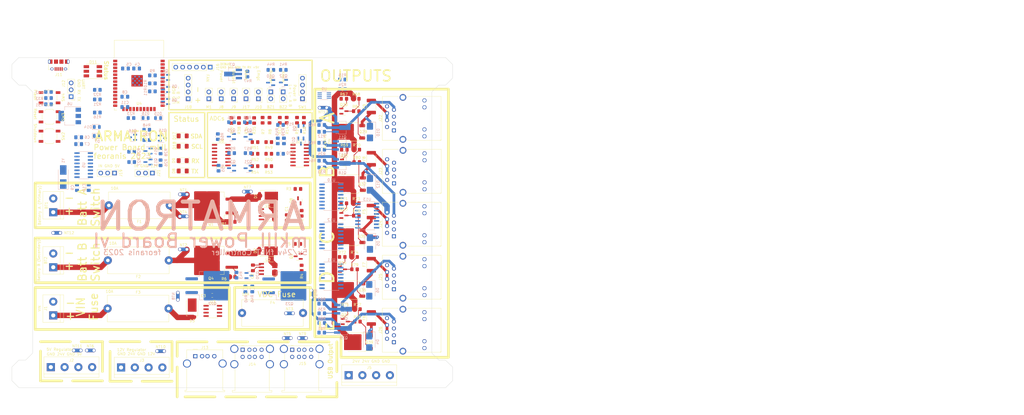
<source format=kicad_pcb>
(kicad_pcb (version 20221018) (generator pcbnew)
  (layers (0 "F.Cu" signal) (1 "In1.Cu" signal) (2 "In2.Cu" signal) (31 "B.Cu" signal) (34 "B.Paste" user) (35 "F.Paste" user) (36 "B.SilkS" user "B.Silkscreen") (37 "F.SilkS" user "F.Silkscreen") (38 "B.Mask" user) (39 "F.Mask" user) (44 "Edge.Cuts" user))
  (net 0 "")
  (net 1 "Net-(BT1-+)")
  (net 2 "Net-(BT2-+)")
  (net 3 "Net-(U1-FILTER)")
  (net 4 "Net-(U2-FILTER)")
  (net 5 "Net-(U3-FILTER)")
  (net 6 "BATT_A_LATCH")
  (net 7 "BATT_A_SW")
  (net 8 "BATT_B_LATCH")
  (net 9 "BATT_B_SW")
  (net 10 "VIN")
  (net 11 "Net-(D3-A)")
  (net 12 "BATT_A_IN")
  (net 13 "Net-(Q1-G)")
  (net 14 "Net-(NT1-Pad1)")
  (net 15 "Net-(Q3-C)")
  (net 16 "Net-(Q3-B)")
  (net 17 "+VDC")
  (net 18 "Net-(NT2-Pad1)")
  (net 19 "+5V")
  (net 20 "Net-(NT3-Pad1)")
  (net 21 "BATT_B_IN")
  (net 23 "Net-(D11-GA)")
  (net 24 "Net-(D11-RA)")
  (net 25 "Net-(D11-BA)")
  (net 26 "Net-(Q8-B)")
  (net 27 "PIN_ADC_BATT_A")
  (net 28 "P_RGB_R")
  (net 29 "PIN_ADC_BATT_B")
  (net 30 "PIN_ADC_VIN")
  (net 31 "PIN_BATT_A_SENSE")
  (net 32 "PIN_BATT_B_SENSE")
  (net 33 "PIN_VIN_SENSE")
  (net 36 "P_RGB_G")
  (net 37 "P_RGB_B")
  (net 38 "Net-(BZ1-+)")
  (net 39 "Net-(BZ2-+)")
  (net 41 "nRTS")
  (net 49 "Net-(M1--)")
  (net 50 "PIN_VBATT_A_ENBL")
  (net 51 "PIN_VBATT_B_ENBL")
  (net 54 "+3.3V")
  (net 55 "Net-(Q2-B)")
  (net 56 "Net-(Q5-B)")
  (net 57 "24V_out")
  (net 58 "5V_out")
  (net 59 "+12V")
  (net 60 "Net-(Q6-B)")
  (net 61 "Net-(Q19-B)")
  (net 62 "Net-(Q19-C)")
  (net 63 "Net-(Q20-B)")
  (net 64 "Net-(Q20-C)")
  (net 65 "5V_adc")
  (net 66 "12V_adc")
  (net 67 "24V_Enable")
  (net 68 "5V_Enable")
  (net 69 "PIN_RESET")
  (net 70 "PIN_RGB_G")
  (net 71 "SDA")
  (net 72 "SCL")
  (net 73 "PIN_FLASH")
  (net 74 "PIN_RGB_R")
  (net 76 "Net-(F4-Pad1)")
  (net 77 "PIN_RGB_B")
  (net 78 "PIN_EmergencyButton")
  (net 79 "VBUS")
  (net 80 "D+")
  (net 81 "D-")
  (net 83 "RX")
  (net 84 "Net-(Q9-B)")
  (net 85 "Net-(Q9-C)")
  (net 86 "PIN_ALARM")
  (net 87 "PIN_BUZZER")
  (net 88 "PIN_Sdwn_Btn")
  (net 103 "PIN_Fan")
  (net 104 "Net-(Q10-B)")
  (net 105 "Net-(Q11-B)")
  (net 106 "Net-(Q12-B)")
  (net 107 "5V_POWER")
  (net 108 "12V_POWER")
  (net 109 "Net-(J8-Pin_1)")
  (net 110 "Net-(J9-Pin_1)")
  (net 111 "Net-(NT4-Pad2)")
  (net 112 "Net-(NT7-Pad1)")
  (net 113 "Net-(SW1-A)")
  (net 114 "Net-(D17-A)")
  (net 115 "PIN_BATT_A_SENSE_ADC")
  (net 116 "PIN_BATT_B_SENSE_ADC")
  (net 117 "PIN_VIN_SENSE_ADC")
  (net 118 "Net-(D8-A)")
  (net 119 "Net-(D9-A)")
  (net 120 "Net-(Q13-B)")
  (net 121 "Net-(Q13-C)")
  (net 122 "Net-(Q14-B)")
  (net 123 "Net-(Q14-C)")
  (net 124 "Net-(U5-XI)")
  (net 126 "Net-(U5-XO)")
  (net 128 "RESET_UART")
  (net 129 "Net-(D14-K)")
  (net 130 "Net-(D15-K)")
  (net 131 "FLASH_UART")
  (net 132 "Net-(Q15-B)")
  (net 133 "Net-(Q16-B)")
  (net 134 "nDTR")
  (net 136 "POWER_GND")
  (net 137 "Net-(D18-A)")
  (net 138 "Net-(Q21-B)")
  (net 139 "Net-(Q21-C)")
  (net 140 "Net-(Q24-B)")
  (net 141 "Net-(Q24-C)")
  (net 142 "Net-(Q25-B)")
  (net 143 "Net-(Q26-B)")
  (net 144 "TX")
  (net 145 "+5VP")
  (net 147 "RS485_A")
  (net 148 "RS485_B")
  (net 149 "LED_1A")
  (net 150 "LED_1B")
  (net 151 "LED_2A")
  (net 152 "LED_2B")
  (net 153 "LED_3A")
  (net 154 "LED_3B")
  (net 155 "LED_4A")
  (net 156 "LED_4B")
  (net 157 "LED_5A")
  (net 158 "LED_5B")
  (net 159 "RS485_RX")
  (net 160 "RS485_RX_H")
  (net 161 "RS485_TX")
  (net 162 "RS485_TX_H")
  (net 163 "RS485_DE")
  (net 166 "RJ45_GND_1")
  (net 167 "Net-(Q7-B)")
  (net 168 "Net-(Q17-B)")
  (net 169 "RJ45_GND_2")
  (net 170 "Net-(Q18-B)")
  (net 171 "RJ45_GND_3")
  (net 172 "Net-(Q27-B)")
  (net 173 "RJ45_GND_4")
  (net 174 "Net-(Q28-B)")
  (net 175 "RJ45_GND_5")
  (net 176 "RJ45_GND_E1")
  (net 177 "RJ45_GND_E2")
  (net 178 "RJ45_GND_E3")
  (net 179 "RJ45_GND_E4")
  (net 180 "RJ45_GND_E5")
  (net 186 "RJ45_POW_1")
  (net 187 "RJ45_POW_2")
  (net 188 "RJ45_POW_3")
  (net 189 "RJ45_POW_4")
  (net 190 "RJ45_POW_5")
  (net 191 "Net-(Q29-B)")
  (net 192 "Net-(Q30-B)")
  (net 193 "Net-(Q30-C)")
  (net 194 "Net-(Q31-B)")
  (net 195 "Net-(Q31-C)")
  (net 196 "Net-(Q32-B)")
  (net 197 "Net-(Q33-B)")
  (net 198 "Net-(Q33-C)")
  (net 199 "Net-(Q34-B)")
  (net 200 "Net-(Q34-C)")
  (net 201 "Net-(Q35-B)")
  (net 202 "Net-(Q36-B)")
  (net 203 "Net-(Q37-B)")
  (net 204 "Net-(Q37-C)")
  (net 205 "Net-(Q39-B)")
  (net 206 "RJ45_POW_1_EN")
  (net 207 "RJ45_POW_2_EN")
  (net 208 "RJ45_POW_3_EN")
  (net 209 "RJ45_POW_4_EN")
  (net 210 "RJ45_POW_5_EN")
  (net 215 "Net-(D4-K)")
  (net 216 "Net-(D5-K)")
  (net 217 "Net-(D6-K)")
  (net 218 "Net-(D10-K)")
  (net 219 "Net-(D12-K)")
  (net 220 "GND")
  (net 221 "Net-(Q11-E)")
  (net 222 "Net-(Q27-E)")
  (net 223 "Net-(J1-Pin_1)")
  (footprint "RF_Module:ESP32-WROOM-32" (layer "F.Cu") (at 117.97 42.54)
    (fp_text reference "U4")
    (fp_text value "ESP32-WROOM-32")
  )
  (footprint "Package_TO_SOT_SMD:SOT-23" (layer "F.Cu") (at 193.8455 71.628)
    (fp_text reference "Q31")
    (fp_text value "BC817")
  )
  (footprint "NetTie:NetTie-2_THT_Pad1.0mm" (layer "F.Cu") (at 88.96 97.79 180)
    (fp_text reference "NT12")
    (fp_text value "NetTie_2")
  )
  (footprint "Resistor_SMD:R_0805_2012Metric_Pad1.20x1.40mm_HandSolder" (layer "F.Cu") (at 198.339 67.056)
    (fp_text reference "R70")
    (fp_text value "1K")
  )
  (footprint "NetTie:NetTie-2_THT_Pad1.0mm" (layer "F.Cu") (at 133.066 103.886)
    (fp_text reference "NT2")
    (fp_text value "NetTie_2")
  )
  (footprint "Resistor_SMD:R_0805_2012Metric_Pad1.20x1.40mm_HandSolder" (layer "F.Cu") (at 163.5955 56.1715 -90)
    (fp_text reference "R7")
    (fp_text value "220K")
  )
  (footprint "Button_Switch_SMD:SW_SPST_TL3342" (layer "F.Cu") (at 84.988 54.924)
    (fp_text reference "SW3")
    (fp_text value "SW_Push")
  )
  (footprint "NetTie:NetTie-2_THT_Pad1.0mm" (layer "F.Cu") (at 156.688 82.55)
    (fp_text reference "NT7")
    (fp_text value "NetTie_2")
  )
  (footprint "Resistor_SMD:R_0805_2012Metric_Pad1.20x1.40mm_HandSolder" (layer "F.Cu") (at 160.469 56.2845 90)
    (fp_text reference "R35")
    (fp_text value "15K")
  )
  (footprint "Connector_PinHeader_2.54mm:PinHeader_1x02_P2.54mm_Vertical" (layer "F.Cu") (at 148.336 48.255 180)
    (fp_text reference "J8")
    (fp_text value "Conn_01x02")
  )
  (footprint "Connector_USB:USB_Micro-B_Amphenol_10118194_Horizontal" (layer "F.Cu") (at 88.376 35.844 180)
    (fp_text reference "J11")
    (fp_text value "USB_B_Micro")
  )
  (footprint "NetTie:NetTie-2_THT_Pad1.0mm" (layer "F.Cu") (at 187.228 51.562 180)
    (fp_text reference "NT13")
    (fp_text value "NetTie_2")
  )
  (footprint "TerminalBlock:TerminalBlock_bornier-2_P5.08mm" (layer "F.Cu") (at 86.36 110.49 90)
    (fp_text reference "BT2")
    (fp_text value "Battery B (Secondary)")
  )
  (footprint "Resistor_SMD:R_0805_2012Metric_Pad1.20x1.40mm_HandSolder" (layer "F.Cu") (at 193.995 125.984)
    (fp_text reference "R75")
    (fp_text value "1K")
  )
  (footprint "TerminalBlock:TerminalBlock_bornier-2_P5.08mm" (layer "F.Cu") (at 86.36 90.17 90)
    (fp_text reference "BT1")
    (fp_text value "Battery A (Primary)")
  )
  (footprint "Resistor_SMD:R_0805_2012Metric_Pad1.20x1.40mm_HandSolder" (layer "F.Cu") (at 192.97 106.679)
    (fp_text reference "R72")
    (fp_text value "10K")
  )
  (footprint "Connector_PinHeader_2.54mm:PinHeader_1x02_P2.54mm_Vertical" (layer "F.Cu") (at 143.764 48.26 180)
    (fp_text reference "M1")
    (fp_text value "Fan")
  )
  (footprint "Package_TO_SOT_SMD:SOT-23" (layer "F.Cu") (at 194.0895 130.556)
    (fp_text reference "Q37")
    (fp_text value "BC817")
  )
  (footprint "NetTie:NetTie-2_THT_Pad1.0mm" (layer "F.Cu") (at 172.212 127.508)
    (fp_text reference "NT3")
    (fp_text value "NetTie_2")
  )
  (footprint "Capacitor_SMD:C_0805_2012Metric_Pad1.18x1.45mm_HandSolder" (layer "F.Cu") (at 160.02 110.7225 90)
    (fp_text reference "C2")
    (fp_text value "1n")
  )
  (footprint "NetTie:NetTie-2_THT_Pad1.0mm" (layer "F.Cu") (at 177.008 136.652)
    (fp_text reference "NT9")
    (fp_text value "NetTie_2")
  )
  (footprint "Resistor_SMD:R_0805_2012Metric_Pad1.20x1.40mm_HandSolder" (layer "F.Cu") (at 198.147 52.832)
    (fp_text reference "R81")
    (fp_text value "1K")
  )
  (footprint "Package_TO_SOT_SMD:TO-252-2" (layer "F.Cu") (at 195.291 60.452 180)
    (fp_text reference "Q29")
    (fp_text value "Q_PNP_Darlington_BCE")
  )
  (footprint "LED_SMD:LED_1206_3216Metric_Pad1.42x1.75mm_HandSolder" (layer "F.Cu") (at 134.112 61.976)
    (fp_text reference "D17")
    (fp_text value "LED")
  )
  (footprint "Package_TO_SOT_SMD:SOT-23" (layer "F.Cu") (at 193.04 111.251)
    (fp_text reference "Q34")
    (fp_text value "BC817")
  )
  (footprint "Connector_RJ:RJ45_Hanrun_HR911105A" (layer "F.Cu") (at 212.0405 138.169 90)
    (fp_text reference "J26")
    (fp_text value "RJ45_LED_Shielded")
  )
  (footprint "Package_TO_SOT_SMD:SOT-23" (layer "F.Cu") (at 193.586 91.373)
    (fp_text reference "Q33")
    (fp_text value "BC817")
  )
  (footprint "LED_SMD:LED_1206_3216Metric_Pad1.42x1.75mm_HandSolder" (layer "F.Cu") (at 134.112 74.93 180)
    (fp_text reference "D8")
    (fp_text value "LED")
  )
  (footprint "Fuse:Fuseholder_Cylinder-5x20mm_Schurter_0031_8201_Horizontal_Open" (layer "F.Cu") (at 106.42 125.73)
    (fp_text reference "F3")
    (fp_text value "10A")
  )
  (footprint "Connector_PinHeader_2.54mm:PinHeader_1x03_P2.54mm_Vertical" (layer "F.Cu") (at 108.966 75.692 -90)
    (fp_text reference "J19")
    (fp_text value "Conn_01x03_Pin")
  )
  (footprint "Resistor_SMD:R_0805_2012Metric_Pad1.20x1.40mm_HandSolder" (layer "F.Cu") (at 169.9455 56.1715 -90)
    (fp_text reference "R13")
    (fp_text value "220K")
  )
  (footprint "Connector_PinHeader_2.54mm:PinHeader_1x04_P2.54mm_Vertical" (layer "F.Cu") (at 136.144 48.26 180)
    (fp_text reference "J18")
    (fp_text value "Conn_01x04_Pin")
  )
  (footprint "TerminalBlock:TerminalBlock_bornier-4_P5.08mm" (layer "F.Cu") (at 85.471 147.3835)
    (fp_text reference "J2")
    (fp_text value "Screw_Terminal_01x04" hide)
  )
  (footprint "MountingHole:MountingHole_3.2mm_M3" (layer "F.Cu") (at 76.2 38.1)
    (fp_text reference "MH1" hide)
    (fp_text value "MountingHole_3.2mm_M3")
  )
  (footprint "Connector_RJ:RJ45_Hanrun_HR911105A" (layer "F.Cu") (at 212.0485 59.941 90)
    (fp_text reference "J22")
    (fp_text value "RJ45_LED_Shielded")
  )
  (footprint "LED_SMD:LED_RGB_5050-6" (layer "F.Cu") (at 100.978 38.1 180)
    (fp_text reference "D11")
    (fp_text value "LED_RGB")
  )
  (footprint "Resistor_SMD:R_0805_2012Metric_Pad1.20x1.40mm_HandSolder" (layer "F.Cu") (at 157.675 56.2845 -90)
    (fp_text reference "R34")
    (fp_text value "220K")
  )
  (footprint "Connector_RJ:RJ45_Hanrun_HR911105A" (layer "F.Cu") (at 212.0485 99.05 90)
    (fp_text reference "J24")
    (fp_text value "RJ45_LED_Shielded")
  )
  (footprint "TerminalBlock:TerminalBlock_bornier-2_P5.08mm" (layer "F.Cu") (at 86.36 128.27 90)
    (fp_text reference "J1")
    (fp_text value "Conn_01x02")
  )
  (footprint "Package_SO:SOIC-8_3.9x4.9mm_P1.27mm" (layer "F.Cu") (at 165.62 90.932 180)
    (fp_text reference "U1")
    (fp_text value "ACS712xLCTR-20A")
  )
  (footprint "Capacitor_SMD:C_0805_2012Metric_Pad1.18x1.45mm_HandSolder" (layer "F.Cu") (at 145.021 120.904)
    (fp_text reference "C3")
    (fp_text value "1n")
  )
  (footprint "Connector_PinHeader_2.54mm:PinHeader_1x02_P2.54mm_Vertical" (layer "F.Cu") (at 171.196 45.72)
    (fp_text reference "BZ2")
    (fp_text value "Buzzer")
  )
  (footprint "Resistor_SMD:R_0805_2012Metric_Pad1.20x1.40mm_HandSolder" (layer "F.Cu") (at 197.5175 111.251)
    (fp_text reference "R79")
    (fp_text value "1K")
  )
  (footprint "Package_TO_SOT_SMD:SOT-23" (layer "F.Cu") (at 193.591 52.832)
    (fp_text reference "Q30")
    (fp_text value "BC817")
  )
  (footprint "Connector_PinHeader_2.54mm:PinHeader_1x02_P2.54mm_Vertical" (layer "F.Cu") (at 152.908 48.26 180)
    (fp_text reference "J9")
    (fp_text value "Conn_01x02")
  )
  (footprint "Resistor_SMD:R_0805_2012Metric_Pad1.20x1.40mm_HandSolder" (layer "F.Cu") (at 197.5175 106.679)
    (fp_text reference "R74")
    (fp_text value "1K")
  )
  (footprint "Connector_PinHeader_2.54mm:PinHeader_1x03_P2.54mm_Vertical" (layer "F.Cu") (at 92.964 47.483 180)
    (fp_text reference "J12")
    (fp_text value "Conn_01x03_Pin")
  )
  (footprint "Connector_USB:USB_A_Molex_67643_Horizontal" (layer "F.Cu") (at 138.774 143.34)
    (fp_text reference "J13")
    (fp_text value "USB_A")
  )
  (footprint "Capacitor_SMD:C_0805_2012Metric_Pad1.18x1.45mm_HandSolder" (layer "F.Cu") (at 172.54 92.189 -90)
    (fp_text reference "C1")
    (fp_text value "1n")
  )
  (footprint "Button_Switch_SMD:SW_SPST_TL3342" (layer "F.Cu") (at 84.988 62.098)
    (fp_text reference "SW2")
    (fp_text value "SW_Push")
  )
  (footprint "Resistor_SMD:R_0805_2012Metric_Pad1.20x1.40mm_HandSolder" (layer "F.Cu") (at 177.995 110.7675 -90)
    (fp_text reference "R4")
    (fp_text value "1K")
  )
  (footprint "Resistor_SMD:R_0805_2012Metric_Pad1.20x1.40mm_HandSolder" (layer "F.Cu") (at 193.575 48.26)
    (fp_text reference "R67")
    (fp_text value "10K")
  )
  (footprint "Resistor_SMD:R_0805_2012Metric_Pad1.20x1.40mm_HandSolder" (layer "F.Cu") (at 160.798 64.262)
    (fp_text reference "R51")
    (fp_text value "22K")
  )
  (footprint "NetTie:NetTie-2_THT_Pad1.0mm" (layer "F.Cu") (at 98.746 141.224)
    (fp_text reference "NT6")
    (fp_text value "NetTie_2")
  )
  (footprint "Resistor_SMD:R_0805_2012Metric_Pad1.20x1.40mm_HandSolder" (layer "F.Cu") (at 193.751 67.056)
    (fp_text reference "R69")
    (fp_text value "10K")
  )
  (footprint "NetTie:NetTie-2_THT_Pad1.0mm" (layer "F.Cu") (at 93.92 141.224)
    (fp_text reference "NT11")
    (fp_text value "NetTie_2" hide)
  )
  (footprint "Package_TO_SOT_SMD:TO-252-2" (layer "F.Cu") (at 195.374 99.059 180)
    (fp_text reference "Q35")
    (fp_text value "Q_PNP_Darlington_BCE")
  )
  (footprint "Resistor_SMD:R_0805_2012Metric_Pad1.20x1.40mm_HandSolder" (layer "F.Cu") (at 152.4 114.046)
    (fp_text reference "R6")
    (fp_text value "1K")
  )
  (footprint "Fuse:Fuse_1812_4532Metric_Pad1.30x3.40mm_HandSolder" (layer "F.Cu") (at 203.708 89.916 90)
    (fp_text reference "F5")
    (fp_text value "5A Polyfuse_Small")
  )
  (footprint "Package_TO_SOT_SMD:TO-277B" (layer "F.Cu") (at 165.625 84.19 90)
    (fp_text reference "D1")
    (fp_text value "D")
  )
  (footprint "Fuse:Fuseholder_Cylinder-5x20mm_Schurter_0031_8201_Horizontal_Open" (layer "F.Cu") (at 129 107.95 180)
    (fp_text reference "F2")
    (fp_text value "10A")
  )
  (footprint "Resistor_SMD:R_0805_2012Metric_Pad1.20x1.40mm_HandSolder" (layer "F.Cu") (at 172.4855 56.1575 90)
    (fp_text reference "R14")
    (fp_text value "15K")
  )
  (footprint "Resistor_SMD:R_0805_2012Metric_Pad1.20x1.40mm_HandSolder" (layer "F.Cu") (at 160.798 68.58)
    (fp_text reference "R52")
    (fp_text value "15K")
  )
  (footprint "Resistor_SMD:R_0805_2012Metric_Pad1.20x1.40mm_HandSolder" (layer "F.Cu") (at 198.567 130.556)
    (fp_text reference "R76")
    (fp_text value "1K")
  )
  (footprint "Resistor_SMD:R_0805_2012Metric_Pad1.20x1.40mm_HandSolder" (layer "F.Cu") (at 198.147 48.26)
    (fp_text reference "R68")
    (fp_text value "1K")
  )
  (footprint "Connector_PinHeader_2.54mm:PinHeader_1x02_P2.54mm_Vertical" (layer "F.Cu") (at 162.052 48.26 180)
    (fp_text reference "J10")
    (fp_text value "Conn_01x02")
  )
  (footprint "Connector_RJ:RJ45_Hanrun_HR911105A" (layer "F.Cu") (at 212.08 79.499 90)
    (fp_text reference "J23")
    (fp_text value "RJ45_LED_Shielded")
  )
  (footprint "Resistor_SMD:R_0805_2012Metric_Pad1.20x1.40mm_HandSolder" (layer "F.Cu") (at 176.5745 101.8775)
    (fp_text reference "R5")
    (fp_text value "1K")
  )
  (footprint "Package_SO:SOIC-8_3.9x4.9mm_P1.27mm" (layer "F.Cu") (at 145.223 126.619)
    (fp_text reference "U3")
    (fp_text value "ACS712xLCTR-20A")
  )
  (footprint "Resistor_SMD:R_0805_2012Metric_Pad1.20x1.40mm_HandSolder" (layer "F.Cu") (at 193.57 86.867)
    (fp_text reference "R71")
    (fp_text value "10K")
  )
  (footprint "Package_TO_SOT_SMD:TO-252-2" (layer "F.Cu") (at 195.535 79.756 180)
    (fp_text reference "Q32")
    (fp_text value "Q_PNP_Darlington_BCE")
  )
  (footprint "NetTie:NetTie-2_THT_Pad1.0mm" (layer "F.Cu") (at 124.684 141.478)
    (fp_text reference "NT10")
    (fp_text value "NetTie_2")
  )
  (footprint "MountingHole:MountingHole_3.2mm_M3" (layer "F.Cu") (at 228.6 38.1)
    (fp_text reference "MH4" hide)
    (fp_text value "MountingHole_3.2mm_M3")
  )
  (footprint "TerminalBlock:TerminalBlock_bornier-4_P5.08mm" (layer "F.Cu") (at 195.326 150.368)
    (fp_text reference "J5")
    (fp_text value "Screw_Terminal_01x04")
  )
  (footprint "Fuse:Fuse_1812_4532Metric_Pad1.30x3.40mm_HandSolder" (layer "F.Cu") (at 203.708 109.535 90)
    (fp_text reference "F7")
    (fp_text value "5A Polyfuse_Small")
  )
  (footprint "Connector_PinHeader_2.54mm:PinHeader_1x04_P2.54mm_Vertical" (layer "F.Cu") (at 178.308 48.26 180)
    (fp_text reference "SW1")
    (fp_text value "SW_Push_LED")
  )
  (footprint "Package_TO_SOT_SMD:TO-252-2" (layer "F.Cu") (at 198.12 138.176 180)
    (fp_text reference "Q39")
    (fp_text value "Q_PNP_Darlington_BCE")
  )
  (footprint "LED_SMD:LED_1206_3216Metric_Pad1.42x1.75mm_HandSolder" (layer "F.Cu") (at 134.112 65.786)
    (fp_text reference "D18")
    (fp_text value "LED")
  )
  (footprint "Connector_PinSocket_2.54mm:PinSocket_1x06_P2.54mm_Vertical" (layer "F.Cu") (at 144.272 36.576 -90)
    (fp_text reference "J16")
    (fp_text value "Conn_01x06_Socket")
  )
  (footprint "Resistor_SMD:R_0805_2012Metric_Pad1.20x1.40mm_HandSolder" (layer "F.Cu") (at 176.6215 81.562)
    (fp_text reference "R3")
    (fp_text value "1K")
  )
  (footprint "Resistor_SMD:R_0805_2012Metric_Pad1.20x1.40mm_HandSolder" (layer "F.Cu") (at 165.878 64.262 180)
    (fp_text reference "R49")
    (fp_text value "22K")
  )
  (footprint "Connector_PinHeader_2.54mm:PinHeader_1x02_P2.54mm_Vertical" (layer "F.Cu") (at 157.48 48.26 180)
    (fp_text reference "J17")
    (fp_text value "Conn_01x02")
  )
  (footprint "MountingHole:MountingHole_3.2mm_M3" (layer "F.Cu") (at 76.2 149.86)
    (fp_text reference "MH2" hide)
    (fp_text value "MountingHole_3.2mm_M3")
  )
  (footprint "Fuse:Fuse_1812_4532Metric_Pad1.30x3.40mm_HandSolder" (layer "F.Cu") (at 203.708 129.225 90)
    (fp_text reference "F6")
    (fp_text value "5A Polyfuse_Small")
  )
  (footprint "Resistor_SMD:R_0805_2012Metric_Pad1.20x1.40mm_HandSolder" (layer "F.Cu") (at 178.8355 56.1715 90)
    (fp_text reference "R18")
    (fp_text value "15K")
  )
  (footprint "Resistor_SMD:R_0805_2012Metric_Pad1.20x1.40mm_HandSolder" (layer "F.Cu") (at 160.798 73.152 180)
    (fp_text reference "R54")
    (fp_text value "15K")
  )
  (footprint "Resistor_SMD:R_0805_2012Metric_Pad1.20x1.40mm_HandSolder" (layer "F.Cu") (at 166.1355 56.1715 90)
    (fp_text reference "R8")
    (fp_text value "15K")
  )
  (footprint "Resistor_SMD:R_0805_2012Metric_Pad1.20x1.40mm_HandSolder" (layer "F.Cu") (at 198.339 71.628)
    (fp_text reference "R80")
    (fp_text value "1K")
  )
  (footprint "Fuse:Fuseholder_Cylinder-5x20mm_Schurter_0031_8201_Horizontal_Open" (layer "F.Cu") (at 129.36 87.63 180)
    (fp_text reference "F1")
    (fp_text value "10A")
  )
  (footprint "Package_TO_SOT_SMD:TO-277B" (layer "F.Cu") (at 137.615 125.665 180)
    (fp_text reference "D3")
    (fp_text value "D")
  )
  (footprint "Resistor_SMD:R_0805_2012Metric_Pad1.20x1.40mm_HandSolder" (layer "F.Cu") (at 152.384 93.726)
    (fp_text reference "R1")
    (fp_text value "1K")
  )
  (footprint "NetTie:NetTie-2_THT_Pad1.0mm" (layer "F.Cu") (at 133.066 91.694)
    (fp_text reference "NT4")
    (fp_text value "NetTie_2")
  )
  (footprint "Package_TO_SOT_SMD:TO-252-2" (layer "F.Cu") (at 195.316 118.872 180)
    (fp_text reference "Q36")
    (fp_text value "Q_PNP_Darlington_BCE")
  )
  (footprint "Package_TO_SOT_SMD:SOT-23" (layer "F.Cu") (at 176.659 85.9585 90)
    (fp_text reference "Q8")
    (fp_text value "BC817" hide)
  )
  (footprint "Fuse:Fuse_1812_4532Metric_Pad1.30x3.40mm_HandSolder" (layer "F.Cu") (at 203.708 70.419 90)
    (fp_text reference "F8")
    (fp_text value "5A Polyfuse_Small")
  )
  (footprint "TerminalBlock:TerminalBlock_bornier-4_P5.08mm" (layer "F.Cu") (at 111.379 147.5105)
    (fp_text reference "J3")
    (fp_text value "Screw_Terminal_01x04")
  )
  (footprint "Fuse:Fuse_1812_4532Metric_Pad1.30x3.40mm_HandSolder" (layer "F.Cu") (at 203.708 51.115 90)
    (fp_text reference "F9")
    (fp_text value "5A Polyfuse_Small")
  )
  (footprint "MountingHole:MountingHole_3.2mm_M3" (layer "F.Cu") (at 228.6 149.86)
    (fp_text reference "MH3" hide)
    (fp_text value "MountingHole_3.2mm_M3")
  )
  (footprint "Package_SO:SOIC-14_3.9x8.7mm_P1.27mm" (layer "F.Cu") (at 177.292 69.088)
    (fp_text reference "U7")
    (fp_text value "MCP3428")
  )
  (footprint "Resistor_SMD:R_0805_2012Metric_Pad1.20x1.40mm_HandSolder" (layer "F.Cu") (at 176.2955 56.1715 -90)
    (fp_text reference "R17")
    (fp_text value "220K")
  )
  (footprint "Resistor_SMD:R_0805_2012Metric_Pad1.20x1.40mm_HandSolder" (layer "F.Cu") (at 165.878 73.152)
    (fp_text reference "R53")
    (fp_text value "22K")
  )
  (footprint "Connector_PinHeader_2.54mm:PinHeader_1x02_P2.54mm_Vertical" (layer "F.Cu") (at 166.624 45.72)
    (fp_text reference "BZ1")
    (fp_text value "Buzzer")
  )
  (footprint "Resistor_SMD:R_0805_2012Metric_Pad1.20x1.40mm_HandSolder" (layer "F.Cu") (at 198.567 125.984)
    (fp_text reference "R77")
    (fp_text value "1K")
  )
  (footprint "Connector_USB:USB_A_Wuerth_61400826021_Horizontal_Stacked" (layer "F.Cu") (at 156.232 140.974)
    (fp_text reference "J14")
    (fp_text value "USB_A_Stacked")
  )
  (footprint "NetTie:NetTie-2_THT_Pad1.0mm" (layer "F.Cu") (at 171.39 136.652)
    (fp_text reference "NT5")
    (fp_text value "NetTie_2")
  )
  (footprint "Connector_RJ:RJ45_Hanrun_HR911105A" (layer "F.Cu") (at 212.0485 118.603 90)
    (fp_text reference "J25")
    (fp_text value "RJ45_LED_Shielded")
  )
  (footprint "Resistor_SMD:R_0805_2012Metric_Pad1.20x1.40mm_HandSolder" (layer "F.Cu") (at 154.881 56.2845 90)
    (fp_text reference "R38")
    (fp_text value "15K")
  )
  (footprint "Package_TO_SOT_SMD:TO-263-2" (layer "F.Cu") (at 144.57 87.865 180)
    (fp_text reference "Q1")
    (fp_text value "IRF4905")
  )
  (footprint "Connector_USB:USB_A_Wuerth_61400826021_Horizontal_Stacked" (layer "F.Cu") (at 174.52 140.974)
    (fp_text reference "J15")
    (fp_text value "USB_A_Stacked")
  )
  (footprint "Resistor_SMD:R_0805_2012Metric_Pad1.20x1.40mm_HandSolder" (layer "F.Cu") (at 152.087 56.2845 -90)
    (fp_text reference "R37")
    (fp_text value "220K")
  )
  (footprint "Resistor_SMD:R_0805_2012Metric_Pad1.20x1.40mm_HandSolder" (layer "F.Cu") (at 165.878 68.58)
    (fp_text reference "R50")
    (fp_text value "15K")
  )
  (footprint "Package_SO:SOIC-14_3.9x8.7mm_P1.27mm" (layer "F.Cu") (at 148.336 69.088)
    (fp_text reference "U8")
    (fp_text value "MCP3428")
  )
  (footprint "Fuse:Fuseholder_Cylinder-5x20mm_Schurter_0031_8201_Horizontal_Open" (layer "F.Cu") (at 156.009 127.381)
    (fp_text reference "F4")
    (fp_text value "10A")
  )
  (footprint "Resistor_SMD:R_0805_2012Metric_Pad1.20x1.40mm_HandSolder" (layer "F.Cu") (at 198.142 86.867)
    (fp_text reference "R73")
    (fp_text value "1K")
  )
  (footprint "Connector_PinHeader_2.54mm:PinHeader_1x03_P2.54mm_Vertical" (layer "F.Cu") (at 122.936 75.692 -90)
    (fp_text reference "J21")
    (fp_text value "Conn_01x03_Pin")
  )
  (footprint "Resistor_SMD:R_0805_2012Metric_Pad1.20x1.40mm_HandSolder" (layer "F.Cu") (at 177.995 90.5525 -90)
    (fp_text reference "R2")
    (fp_text value "1K")
  )
  (footprint "Package_TO_SOT_SMD:SOT-23" (layer "F.Cu") (at 176.725 106.4495 180)
    (fp_text reference "Q3")
    (fp_text value "BC817" hide)
  )
  (footprint "LED_SMD:LED_1206_3216Metric_Pad1.42x1.75mm_HandSolder" (layer "F.Cu") (at 134.112 71.12 180)
    (fp_text reference "D9")
    (fp_text value "LED")
  )
  (footprint "Resistor_SMD:R_0805_2012Metric_Pad1.20x1.40mm_HandSolder" (layer "F.Cu") (at 198.174 91.439)
    (fp_text reference "R78")
    (fp_text value "1K")
  )
  (footprint "Package_TO_SOT_SMD:TO-277B" (layer "F.Cu") (at 165.52 104.405 90)
    (fp_text reference "D2")
    (fp_text value "D")
  )
  (footprint "NetTie:NetTie-2_THT_Pad1.0mm" (layer "F.Cu") (at 133.096 83.566)
    (fp_text reference "NT1")
    (fp_text value "NetTie_2")
  )
  (footprint "Package_TO_SOT_SMD:TO-263-2" (layer "F.Cu") (at 144.57 107.95 180)
    (fp_text reference "Q4")
    (fp_text value "IRF4905")
  )
  (footprint "Package_SO:SOIC-8_3.9x4.9mm_P1.27mm" (layer "F.Cu") (at 165.62 111.125 180)
    (fp_text reference "U2")
    (fp_text value "ACS712xLCTR-20A")
  )
  (footprint "Button_Switch_SMD:SW_SPST_TL3342" (layer "F.Cu") (at 84.988 47.874)
    (fp_text reference "SW4")
    (fp_text value "SW_Push")
  )
  (footprint "Package_TO_SOT_SMD:SOT-23" (layer "B.Cu") (at 171.2905 42.23 180)
    (fp_text reference "Q12")
    (fp_text value "BC817")
  )
  (footprint "Package_TO_SOT_SMD:SOT-23" (layer "B.Cu") (at 158.248 62.316 180)
    (fp_text reference "Q24")
    (fp_text value "BC817")
  )
  (footprint "Resistor_SMD:R_0805_2012Metric_Pad1.20x1.40mm_HandSolder" (layer "B.Cu") (at 158.242 68.326 180)
    (fp_text reference "R57")
    (fp_text value "1k")
  )
  (footprint "Capacitor_SMD:C_0805_2012Metric_Pad1.18x1.45mm_HandSolder" (layer "B.Cu") (at 95.7365 64.994 180)
    (fp_text reference "C7")
    (fp_text value "100n")
  )
  (footprint "Resistor_SMD:R_0805_2012Metric_Pad1.20x1.40mm_HandSolder" (layer "B.Cu") (at 185.436 127.508)
    (fp_text reference "R36")
    (fp_text value "10K")
  )
  (footprint "Resistor_SMD:R_0805_2012Metric_Pad1.20x1.40mm_HandSolder" (layer "B.Cu") (at 122.952 39.624 180)
    (fp_text reference "R9")
    (fp_text value "10K")
  )
  (footprint "Package_TO_SOT_SMD:SOT-23" (layer "B.Cu") (at 127.772 44.824 180)
    (fp_text reference "Q5")
    (fp_text value "BC817")
  )
  (footprint "Resistor_SMD:R_0805_2012Metric_Pad1.20x1.40mm_HandSolder" (layer "B.Cu") (at 170.2339 68.58)
    (fp_text reference "R20")
    (fp_text value "10K")
  )
  (footprint "Capacitor_SMD:C_0805_2012Metric_Pad1.18x1.45mm_HandSolder" (layer "B.Cu") (at 99.444 81.0475 -90)
    (fp_text reference "C10")
    (fp_text value "22pF")
  )
  (footprint "Package_TO_SOT_SMD:SOT-23" (layer "B.Cu") (at 152.0835 62.23 180)
    (fp_text reference "Q25")
    (fp_text value "BC817")
  )
  (footprint "Resistor_SMD:R_0805_2012Metric_Pad1.20x1.40mm_HandSolder" (layer "B.Cu") (at 120.856 59.69 180)
    (fp_text reference "R48")
    (fp_text value "10K")
  )
  (footprint "Diode_SMD:D_SMB" (layer "B.Cu") (at 202.946 119.008 -90)
    (fp_text reference "D6")
    (fp_text value "D")
  )
  (footprint "Diode_SMD:D_SMB" (layer "B.Cu") (at 203.2 101.718 -90)
    (fp_text reference "D5")
    (fp_text value "D")
  )
  (footprint "Resistor_SMD:R_0805_2012Metric_Pad1.20x1.40mm_HandSolder" (layer "B.Cu") (at 157.988 39.132 90)
    (fp_text reference "R47")
    (fp_text value "10K")
  )
  (footprint "Package_TO_SOT_SMD:SOT-23" (layer "B.Cu") (at 166.5615 42.296 180)
    (fp_text reference "Q10")
    (fp_text value "BC817")
  )
  (footprint "Resistor_SMD:R_0805_2012Metric_Pad1.20x1.40mm_HandSolder" (layer "B.Cu") (at 166.64 37.592)
    (fp_text reference "R44")
    (fp_text value "10K")
  )
  (footprint "Resistor_SMD:R_0805_2012Metric_Pad1.20x1.40mm_HandSolder" (layer "B.Cu") (at 125.952 67.548 90)
    (fp_text reference "R28")
    (fp_text value "10K")
  )
  (footprint "Resistor_SMD:R_0805_2012Metric_Pad1.20x1.40mm_HandSolder" (layer "B.Cu") (at 170.2175 57.912 180)
    (fp_text reference "R19")
    (fp_text value "1K")
  )
  (footprint "Resistor_SMD:R_0805_2012Metric_Pad1.20x1.40mm_HandSolder" (layer "B.Cu") (at 147.082 62.246 90)
    (fp_text reference "R60")
    (fp_text value "10K")
  )
  (footprint "Resistor_SMD:R_0805_2012Metric_Pad1.20x1.40mm_HandSolder" (layer "B.Cu") (at 185.404 67.056)
    (fp_text reference "R25")
    (fp_text value "10K")
  )
  (footprint "Resistor_SMD:R_0805_2012Metric_Pad1.20x1.40mm_HandSolder" (layer "B.Cu") (at 122.952 45.524 180)
    (fp_text reference "R11")
    (fp_text value "10K")
  )
  (footprint "Package_TO_SOT_SMD:SOT-89-3_Handsoldering" (layer "B.Cu") (at 152.4 39.116 180)
    (fp_text reference "Q7")
    (fp_text value "Q_NPN_BCE")
  )
  (footprint "Package_TO_SOT_SMD:SOT-89-3_Handsoldering" (layer "B.Cu") (at 193.04 58.928)
    (fp_text reference "Q11")
    (fp_text value "Q_NPN_BCE")
  )
  (footprint "Resistor_SMD:R_0805_2012Metric_Pad1.20x1.40mm_HandSolder" (layer "B.Cu") (at 185.404 123.952 180)
    (fp_text reference "R65")
    (fp_text value "10K")
  )
  (footprint "Resistor_SMD:R_0805_2012Metric_Pad1.20x1.40mm_HandSolder" (layer "B.Cu") (at 171.228 37.592)
    (fp_text reference "R41")
    (fp_text value "10K")
  )
  (footprint "Resistor_SMD:R_0805_2012Metric_Pad1.20x1.40mm_HandSolder" (layer "B.Cu") (at 102.632 44.958 180)
    (fp_text reference "R22")
    (fp_text value "10K")
  )
  (footprint "Package_TO_SOT_SMD:SOT-89-3_Handsoldering" (layer "B.Cu") (at 193.548 125.984)
    (fp_text reference "Q27")
    (fp_text value "Q_NPN_BCE")
  )
  (footprint "Resistor_SMD:R_0805_2012Metric_Pad1.20x1.40mm_HandSolder" (layer "B.Cu") (at 152.178 68.326 180)
    (fp_text reference "R59")
    (fp_text value "10K")
  )
  (footprint "Resistor_SMD:R_0805_2012Metric_Pad1.20x1.40mm_HandSolder" (layer "B.Cu") (at 185.436 131.064 180)
    (fp_text reference "R66")
    (fp_text value "10K")
  )
  (footprint "Resistor_SMD:R_0805_2012Metric_Pad1.20x1.40mm_HandSolder" (layer "B.Cu") (at 193.056 41.148 180)
    (fp_text reference "R15")
    (fp_text value "1K")
  )
  (footprint "Capacitor_SMD:C_0805_2012Metric_Pad1.18x1.45mm_HandSolder" (layer "B.Cu") (at 117.116 37.084)
    (fp_text reference "C4")
    (fp_text value "100n")
  )
  (footprint "Resistor_SMD:R_0805_2012Metric_Pad1.20x1.40mm_HandSolder" (layer "B.Cu") (at 159.79 118.5335 90)
    (fp_text reference "R46")
    (fp_text value "1K")
  )
  (footprint "Package_TO_SOT_SMD:SOT-23" (layer "B.Cu") (at 152.14 73.878 180)
    (fp_text reference "Q26")
    (fp_text value "BC817")
  )
  (footprint "Resistor_SMD:R_0805_2012Metric_Pad1.20x1.40mm_HandSolder" (layer "B.Cu") (at 147.336 73.898 90)
    (fp_text reference "R55")
    (fp_text value "10K")
  )
  (footprint "Resistor_SMD:R_0805_2012Metric_Pad1.20x1.40mm_HandSolder" (layer "B.Cu") (at 185.404 134.62)
    (fp_text reference "R61")
    (fp_text value "10K")
  )
  (footprint "Capacitor_SMD:C_0805_2012Metric_Pad1.18x1.45mm_HandSolder" (layer "B.Cu") (at 112.776 51.308 180)
    (fp_text reference "C11")
    (fp_text value "100n")
  )
  (footprint "Package_TO_SOT_SMD:SOT-23" (layer "B.Cu") (at 158.258 73.914 180)
    (fp_text reference "Q21")
    (fp_text value "BC817")
  )
  (footprint "Resistor_SMD:R_0805_2012Metric_Pad1.20x1.40mm_HandSolder" (layer "B.Cu") (at 185.436 73.66)
    (fp_text reference "R33")
    (fp_text value "10K")
  )
  (footprint "Resistor_SMD:R_0805_2012Metric_Pad1.20x1.40mm_HandSolder" (layer "B.Cu") (at 185.42 71.12 180)
    (fp_text reference "R64")
    (fp_text value "10K")
  )
  (footprint "Capacitor_SMD:C_0805_2012Metric_Pad1.18x1.45mm_HandSolder" (layer "B.Cu") (at 112.776 47.498 180)
    (fp_text reference "C8")
    (fp_text value "100n")
  )
  (footprint "components:PCF8574" (layer "B.Cu") (at 188.976 99.06 180)
    (fp_text reference "U12")
    (fp_text value "PCF8574TS")
  )
  (footprint "components:PCF8574" (layer "B.Cu") (at 202.184 91.44 180)
    (fp_text reference "U13")
    (fp_text value "PCF8574TS")
  )
  (footprint "Package_SO:SOIC-16_3.9x9.9mm_P1.27mm" (layer "B.Cu") (at 97.601 72.771 180)
    (fp_text reference "U5")
    (fp_text value "CH340G")
  )
  (footprint "Package_TO_SOT_SMD:SOT-23" (layer "B.Cu") (at 177.7894 59.236 -90)
    (fp_text reference "Q9")
    (fp_text value "BC817")
  )
  (footprint "Package_TO_SOT_SMD:SOT-23" (layer "B.Cu") (at 115.6165 62.484 180)
    (fp_text reference "Q16")
    (fp_text value "BC817")
  )
  (footprint "Package_TO_SOT_SMD:TO-263-2" (layer "B.Cu") (at 173.482 117.348)
    (fp_text reference "Q23")
    (fp_text value "IRF4905")
  )
  (footprint "Resistor_SMD:R_0805_2012Metric_Pad1.20x1.40mm_HandSolder" (layer "B.Cu") (at 102.632 53.34)
    (fp_text reference "R16")
    (fp_text value "1K")
  )
  (footprint "Package_TO_SOT_SMD:SOT-223-3_TabPin2" (layer "B.Cu") (at 92.456 54.61 180)
    (fp_text reference "U6")
    (fp_text value "AMS1117-3.3")
  )
  (footprint "Package_TO_SOT_SMD:SOT-89-3_Handsoldering" (layer "B.Cu") (at 193.04 72.136)
    (fp_text reference "Q18")
    (fp_text value "Q_NPN_BCE")
  )
  (footprint "Package_TO_SOT_SMD:SOT-23" (layer "B.Cu") (at 158.5985 113.557)
    (fp_text reference "Q20")
    (fp_text value "BC817")
  )
  (footprint "Resistor_SMD:R_0805_2012Metric_Pad1.20x1.40mm_HandSolder" (layer "B.Cu") (at 169.1855 63.818 -90)
    (fp_text reference "R45")
    (fp_text value "1K")
  )
  (footprint "NetTie:NetTie-2_THT_Pad1.0mm" (layer "B.Cu") (at 181.61 121.666 90)
    (fp_text reference "NT14")
    (fp_text value "NetTie_2")
  )
  (footprint "Resistor_SMD:R_0805_2012Metric_Pad1.20x1.40mm_HandSolder" (layer "B.Cu") (at 193.056 44.704 180)
    (fp_text reference "R24")
    (fp_text value "1K")
  )
  (footprint "Diode_SMD:D_SMB" (layer "B.Cu") (at 202.946 138.04 -90)
    (fp_text reference "D4")
    (fp_text value "D")
  )
  (footprint "Resistor_SMD:R_0805_2012Metric_Pad1.20x1.40mm_HandSolder" (layer "B.Cu") (at 84.614 50.292)
    (fp_text reference "R31")
    (fp_text value "220R")
  )
  (footprint "Package_TO_SOT_SMD:TO-263-2" (layer "B.Cu") (at 145.082 117.2926)
    (fp_text reference "Q22")
    (fp_text value "IRF4905")
  )
  (footprint "Resistor_SMD:R_0805_2012Metric_Pad1.20x1.40mm_HandSolder" (layer "B.Cu") (at 102.632 48.514 180)
    (fp_text reference "R21")
    (fp_text value "10K")
  )
  (footprint "Package_TO_SOT_SMD:SOT-23" (layer "B.Cu") (at 121.3015 71.628 180)
    (fp_text reference "Q13")
    (fp_text value "BC817")
  )
  (footprint "components:PCF8574" (layer "B.Cu") (at 188.976 113.792 180)
    (fp_text reference "U11")
    (fp_text value "PCF8574TS")
  )
  (footprint "Resistor_SMD:R_0805_2012Metric_Pad1.20x1.40mm_HandSolder" (layer "B.Cu") (at 125.952 71.898 90)
    (fp_text reference "R26")
    (fp_text value "10K")
  )
  (footprint "Resistor_SMD:R_0805_2012Metric_Pad1.20x1.40mm_HandSolder" (layer "B.Cu") (at 157.988 56.896 180)
    (fp_text reference "R58")
    (fp_text value "1k")
  )
  (footprint "Package_SO:SSOP-8_2.95x2.8mm_P0.65mm" (layer "B.Cu") (at 186.358 47.061 180)
    (fp_text reference "U9")
    (fp_text value "MAX485E")
  )
  (footprint "Resistor_SMD:R_0805_2012Metric_Pad1.20x1.40mm_HandSolder" (layer "B.Cu") (at 120.888 63.5)
    (fp_text reference "R30")
    (fp_text value "10K")
  )
  (footprint "Capacitor_SMD:C_0805_2012Metric_Pad1.18x1.45mm_HandSolder" (layer "B.Cu") (at 95.7365 62.484 180)
    (fp_text reference "C6")
    (fp_text value "4.7u")
  )
  (footprint "Capacitor_SMD:C_0805_2012Metric_Pad1.18x1.45mm_HandSolder" (layer "B.Cu") (at 95.126 81.0475 -90)
    (fp_text reference "C9")
    (fp_text value "22pF")
  )
  (footprint "Resistor_SMD:R_0805_2012Metric_Pad1.20x1.40mm_HandSolder" (layer "B.Cu") (at 152.146 56.896 180)
    (fp_text reference "R56")
    (fp_text value "10K")
  )
  (footprint "Package_TO_SOT_SMD:SOT-23" (layer "B.Cu") (at 177.734 63.8805 -90)
    (fp_text reference "Q19")
    (fp_text value "BC817")
  )
  (footprint "Resistor_SMD:R_0805_2012Metric_Pad1.20x1.40mm_HandSolder" (layer "B.Cu") (at 153.948 113.4065 90)
    (fp_text reference "R43")
    (fp_text value "1K")
  )
  (footprint "Resistor_SMD:R_0805_2012Metric_Pad1.20x1.40mm_HandSolder" (layer "B.Cu") (at 115.3 71.628 180)
    (fp_text reference "R27")
    (fp_text value "1k")
  )
  (footprint "Resistor_SMD:R_0805_2012Metric_Pad1.20x1.40mm_HandSolder" (layer "B.Cu") (at 185.404 60.452)
    (fp_text reference "R12")
    (fp_text value "10K")
  )
  (footprint "Package_TO_SOT_SMD:SOT-23" (layer "B.Cu") (at 121.3015 67.564 180)
    (fp_text reference "Q14")
    (fp_text value "BC817")
  )
  (footprint "Resistor_SMD:R_0805_2012Metric_Pad1.20x1.40mm_HandSolder" (layer "B.Cu") (at 115.268 67.818 180)
    (fp_text reference "R29")
    (fp_text value "1k")
  )
  (footprint "Resistor_SMD:R_0805_2012Metric_Pad1.20x1.40mm_HandSolder" (layer "B.Cu") (at 84.614 47.986)
    (fp_text reference "R32")
    (fp_text value "220R")
  )
  (footprint "Diode_SMD:D_SMB" (layer "B.Cu") (at 203.2 79.874 -90)
    (fp_text reference "D12")
    (fp_text value "D")
  )
  (footprint "Package_TO_SOT_SMD:SOT-23" (layer "B.Cu") (at 127.772 49.274 180)
    (fp_text reference "Q6")
    (fp_text value "BC817")
  )
  (footprint "Diode_SMD:D_0805_2012Metric" (layer "B.Cu") (at 102.4405 58.674)
    (fp_text reference "D14")
    (fp_text value "D")
  )
  (footprint "Resistor_SMD:R_0805_2012Metric_Pad1.20x1.40mm_HandSolder" (layer "B.Cu") (at 84.598 45.72)
    (fp_text reference "R42")
    (fp_text value "220R")
  )
  (footprint "Resistor_SMD:R_0805_2012Metric_Pad1.20x1.40mm_HandSolder" (layer "B.Cu") (at 122.952 42.574 180)
    (fp_text reference "R10")
    (fp_text value "10K")
  )
  (footprint "Capacitor_SMD:C_0805_2012Metric_Pad1.18x1.45mm_HandSolder" (layer "B.Cu") (at 113.009 37.084)
    (fp_text reference "C5")
    (fp_text value "10u")
  )
  (footprint "Package_TO_SOT_SMD:SOT-23" (layer "B.Cu") (at 127.772 40.374 180)
    (fp_text reference "Q2")
    (fp_text value "BC817")
  )
  (footprint "Resistor_SMD:R_0805_2012Metric_Pad1.20x1.40mm_HandSolder" (layer "B.Cu") (at 171.4715 63.818 90)
    (fp_text reference "R39")
    (fp_text value "10K")
  )
  (footprint "Diode_SMD:D_0805_2012Metric" (layer "B.Cu") (at 102.4405 61.968)
    (fp_text reference "D7")
    (fp_text value "D")
  )
  (footprint "components:PCF8574" (layer "B.Cu") (at 188.976 84.328 180)
    (fp_text reference "U10")
    (fp_text value "PCF8574TS")
  )
  (footprint "Package_TO_SOT_SMD:SOT-89-3_Handsoldering" (layer "B.Cu") (at 193.04 65.486)
    (fp_text reference "Q17")
    (fp_text value "Q_NPN_BCE")
  )
  (footprint "NetTie:NetTie-2_THT_Pad1.0mm" (layer "B.Cu") (at 132.334 119.888 -90)
    (fp_text reference "NT8")
    (fp_text value "NetTie_2")
  )
  (footprint "Resistor_SMD:R_0805_2012Metric_Pad1.20x1.40mm_HandSolder" (layer "B.Cu") (at 185.404 64.516 180)
    (fp_text reference "R63")
    (fp_text value "10K")
  )
  (footprint "Diode_SMD:D_SMB" (layer "B.Cu") (at 203.2 60.57 -90)
    (fp_text reference "D10")
    (fp_text value "D")
  )
  (footprint "Resistor_SMD:R_0805_2012Metric_Pad1.20x1.40mm_HandSolder" (layer "B.Cu") (at 157.25 118.5805 -90)
    (fp_text reference "R40")
    (fp_text value "1K")
  )
  (footprint "Crystal:Crystal_SMD_5032-2Pin_5.0x3.2mm_HandSoldering" (layer "B.Cu") (at 90.046 77.156 90)
    (fp_text reference "Y1")
    (fp_text value "12MHz")
  )
  (footprint "Diode_SMD:D_0805_2012Metric" (layer "B.Cu") (at 120.4425 55.372)
    (fp_text reference "D16")
    (fp_text value "D")
  )
  (footprint "Package_TO_SOT_SMD:SOT-23" (layer "B.Cu") (at 126.6355 62.804)
    (fp_text reference "Q15")
    (fp_text value "BC817")
  )
  (footprint "Package_TO_SOT_SMD:SOT-89-3_Handsoldering" (layer "B.Cu") (at 193.548 133.096)
    (fp_text reference "Q28")
    (fp_text value "Q_NPN_BCE")
  )
  (footprint "Resistor_SMD:R_0805_2012Metric_Pad1.20x1.40mm_HandSolder" (layer "B.Cu") (at 185.404 57.912 180)
    (fp_text reference "R62")
    (fp_text value "10K")
  )
  (footprint "Resistor_SMD:R_0805_2012Metric_Pad1.20x1.40mm_HandSolder" (layer "B.Cu") (at 115.046 55.372 180)
    (fp_text reference "R23")
    (fp_text value "10K")
  )
  (footprint "Diode_SMD:D_0805_2012Metric" (layer "B.Cu") (at 125.0145 55.38 180)
    (fp_text reference "D15")
    (fp_text value "D")
  )
  (gr_rect (start 79.697 79.375) (end 181.17 95.885) (stroke (width 1)) (fill none) (layer "F.SilkS"))
  (gr_rect (start 107.315 137.9855) (end 130.175 152.5905) (stroke (width 1) (type dash)) (fill none) (layer "F.SilkS"))
  (gr_rect (start 143.256 53.34) (end 181.864 77.404) (stroke (width 0.5)) (fill none) (layer "F.SilkS"))
  (gr_rect (start 81.661 137.9855) (end 104.521 152.4635) (stroke (width 1) (type dash)) (fill none) (layer "F.SilkS"))
  (gr_rect (start 79.697 99.695) (end 181.17 116.205) (stroke (width 1)) (fill none) (layer "F.SilkS"))
  (gr_rect (start 79.697 117.983) (end 151.325 133.477) (stroke (width 1)) (fill none) (layer "F.SilkS"))
  (gr_rect (start 129.032 53.34) (end 142.24 77.343) (stroke (width 0.5)) (fill none) (layer "F.SilkS"))
  (gr_rect (start 129.032 34.036) (end 181.864 52.324) (stroke (width 0.5)) (fill none) (layer "F.SilkS"))
  (gr_poly (pts (xy 182.88 44.704) (xy 182.88 136.144) (xy 192.532 136.144) (xy 192.532 143.764) (xy 232.156 143.764) (xy 232.156 44.704)) (stroke (width 1)) (fill none) (layer "F.SilkS"))
  (gr_rect (start 153.289 117.9576) (end 181.229 133.477) (stroke (width 1)) (fill none) (layer "F.SilkS"))
  (gr_rect (start 132.08 138.049) (end 191.008 158.369) (stroke (width 1) (type dash)) (fill none) (layer "F.SilkS"))
  (gr_poly (pts (xy 76.2 43.18) (xy 78.74 45.72) (xy 78.74 93.98) (xy 78.74 142.24) (xy 76.2 144.78) (xy 73.66 144.78) (xy 71.12 147.32) (xy 71.12 152.4) (xy 73.66 154.94) (xy 231.14 154.94) (xy 233.68 152.4) (xy 233.68 147.32) (xy 231.013 144.78) (xy 228.6 144.78) (xy 226.06 142.24) (xy 226.06 45.72) (xy 228.6 43.18) (xy 231.14 43.18) (xy 233.68 40.64) (xy 233.68 35.56) (xy 231.14 33.02) (xy 73.66 33.02) (xy 71.12 35.56) (xy 71.12 40.64) (xy 73.66 43.18)) (stroke (width 0.1)) (fill none) (layer "Edge.Cuts"))
  (gr_text "mkIII Power Board vI" (at 180.848 103.632) (layer "B.SilkS") (effects (font (size 5 5) (thickness 0.75)) (justify left bottom mirror)))
  (gr_text "ARMATRON" (at 180.34 97.536) (layer "B.SilkS") (effects (font (size 10 10) (thickness 1.5)) (justify left bottom mirror)))
  (gr_text "5v/24v fNET Controller" (at 180.34 106.172) (layer "B.SilkS") (effects (font (size 2 2) (thickness 0.3)) (justify left bottom mirror)))
  (gr_text "feoranis 2023" (at 104.648 106.172) (layer "B.SilkS") (effects (font (size 2 2) (thickness 0.3)) (justify right bottom mirror)))
  (gr_text "RX" (at 137.1235 72.136) (layer "F.SilkS") (effects (font (size 1.5 1.5) (thickness 0.3) bold) (justify left bottom)))
  (gr_text "+\n-" (at 92.27 87.63 180) (layer "F.SilkS") (effects (font (size 3 3) (thickness 0.45))))
  (gr_text "Output" (at 152.4 37.592 270) (layer "F.SilkS") (effects (font (size 1 1)) (justify left bottom)))
  (gr_text "C" (at 187.452 99.568 90) (layer "F.SilkS") (effects (font (size 5 5) (thickness 0.75))))
  (gr_text "Batt B\nSwitch" (at 103.7 108.585 90) (layer "F.SilkS") (effects (font (size 3 3) (thickness 0.45)) (justify bottom)))
  (gr_text "Sdwn" (at 156.972 37.592 -90) (layer "F.SilkS") (effects (font (size 1 1)) (justify left bottom)))
  (gr_text "-\n+" (at 92.71 125.984) (layer "F.SilkS") (effects (font (size 3 3) (thickness 0.45))))
  (gr_text "GND 24V GND 5V" (at 83.879 143.1925) (layer "F.SilkS") (effects (font (size 1 1)) (justify left bottom)))
  (gr_text "Alarm" (at 170.688 40.132 -90) (layer "F.SilkS") (effects (font (size 1 1)) (justify bottom)))
  (gr_text "Reset" (at 79.756 53.848 270) (layer "F.SilkS") (effects (font (size 1 1))))
  (gr_text "Status" (at 130.556 56.896) (layer "F.SilkS") (effects (font (size 2 2) (thickness 0.3)) (justify left bottom)))
  (gr_text "VIN" (at 81.28 125.73 90) (layer "F.SilkS") (effects (font (size 0.9125 0.9125))))
  (gr_text "TX" (at 137.1235 75.946) (layer "F.SilkS") (effects (font (size 1.5 1.5) (thickness 0.3) bold) (justify left bottom)))
  (gr_text "OUTPUTS" (at 184.404 42.164) (layer "F.SilkS") (effects (font (size 4 4) (thickness 0.6)) (justify left bottom)))
  (gr_text "10A" (at 107.51 81.915) (layer "F.SilkS") (effects (font (size 1 1)) (justify left bottom)))
  (gr_text "Power" (at 147.828 37.592 270) (layer "F.SilkS") (effects (font (size 1 1)) (justify left bottom)))
  (gr_text "Emgc" (at 161.544 37.592 -90) (layer "F.SilkS") (effects (font (size 1 1)) (justify left bottom)))
  (gr_text "Batt A\nSwitch" (at 103.7 88.265 90) (layer "F.SilkS") (effects (font (size 3 3) (thickness 0.45)) (justify bottom)))
  (gr_text "ADCs" (at 146.812 56.388) (layer "F.SilkS") (effects (font (size 1.5 1.5) (thickness 0.225)) (justify bottom)))
  (gr_text "Status" (at 105.042 34.036 -90) (layer "F.SilkS") (effects (font (size 1.5 1.5) (thickness 0.3) bold) (justify left bottom)))
  (gr_text "+ -" (at 140.716 50.292 90) (layer "F.SilkS") (effects (font (size 2 2) (thickness 0.3)) (justify left bottom)))
  (gr_text "FAN" (at 142.748 39.116 -90) (layer "F.SilkS") (effects (font (size 1 1)) (justify left bottom)))
  (gr_text "10A" (at 106.875 102.235) (layer "F.SilkS") (effects (font (size 1 1)) (justify left bottom)))
  (gr_text "+\n-" (at 92.27 107.95 180) (layer "F.SilkS") (effects (font (size 3 3) (thickness 0.45))))
  (gr_text "12V Regulator" (at 115.248 141.5415) (layer "F.SilkS") (effects (font (size 1 1)) (justify bottom)))
  (gr_text "LED RGB\nR G B -" (at 133.096 50.165 90) (layer "F.SilkS") (effects (font (size 1 1)) (justify left bottom)))
  (gr_text "Shutdown" (at 79.756 60.96 270) (layer "F.SilkS") (effects (font (size 1 1))))
  (gr_text "Power B\nL+ L- A B" (at 173.228 42.916 -90) (layer "F.SilkS") (effects (font (size 1 1)) (justify left bottom)))
  (gr_text "VIN\nFuse" (at 103.065 125.095 90) (layer "F.SilkS") (effects (font (size 3 3) (thickness 0.45)) (justify bottom)))
  (gr_text "UART \nGND RX TX" (at 95.25 40.894 -90) (layer "F.SilkS") (effects (font (size 1 1)) (justify left bottom)))
  (gr_text "VDC Fuse" (at 161.544 121.666) (layer "F.SilkS") (effects (font (size 2 2) (thickness 0.3)) (justify left bottom)))
  (gr_text "A" (at 187.452 55.372 90) (layer "F.SilkS") (effects (font (size 5 5) (thickness 0.75))))
  (gr_text "ALWAYS\nON" (at 187.452 64.008 90) (layer "F.SilkS") (effects (font (size 1 1))))
  (gr_text "GND 24V GND 12V" (at 109.914 143.0655) (layer "F.SilkS") (effects (font (size 1 1)) (justify left bottom)))
  (gr_text "5V Regulator" (at 88.773 141.4145) (layer "F.SilkS") (effects (font (size 1 1)) (justify bottom)))
  (gr_text "D" (at 187.452 114.3 90) (layer "F.SilkS") (effects (font (size 5 5) (thickness 0.75))))
  (gr_text "SCL" (at 137.1235 66.802) (layer "F.SilkS") (effects (font (size 1.5 1.5) (thickness 0.3) bold) (justify left bottom)))
  (gr_text "E" (at 187.452 132.08 90) (layer "F.SilkS") (effects (font (size 5 5) (thickness 0.75))))
  (gr_text "SDA" (at 136.8695 62.992) (layer "F.SilkS") (effects (font (size 1.5 1.5) (thickness 0.3) bold) (justify left bottom)))
  (gr_text "IN GND 12V" (at 116.078 73.66) (layer "F.SilkS") (effects (font (size 1 1)) (justify left bottom)))
  (gr_text "10A" (at 105.605 120.015) (layer "F.SilkS") (effects (font (size 1 1)) (justify left bottom)))
  (gr_text "DEBUG\nGND SCL SDA TX RX +5V" (at 147.828 37.084) (layer "F.SilkS") (effects (font (size 0.75 0.75)) (justify left bottom)))
  (gr_text "USB Output" (at 189.484 151.892 90) (layer "F.SilkS") (effects (font (size 1.5 1.5) (thickness 0.3) bold) (justify left bottom)))
  (gr_text "ARMATRON" (at 101.346 62.103) (layer "F.SilkS") (effects (font (size 3.5 3.5) (thickness 0.6)) (justify left)))
  (gr_text "24V 24V GND GND" (at 196.596 145.796) (layer "F.SilkS") (effects (font (size 1 1)) (justify left bottom)))
  (gr_text "Buzzer" (at 166.116 40.132 -90) (layer "F.SilkS") (effects (font (size 1 1)) (justify bottom)))
  (gr_text "Flash" (at 79.756 46.86 270) (layer "F.SilkS") (effects (font (size 1 1))))
  (gr_text "B" (at 187.452 75.184 90) (layer "F.SilkS") (effects (font (size 5 5) (thickness 0.75))))
  (gr_text "Power Board mkII\nfeoranis 2023" (at 101.092 65.024) (layer "F.SilkS") (effects (font (size 2 2) (thickness 0.3)) (justify left top)))
  (gr_text "10A" (at 155.829 121.031) (layer "F.SilkS") (effects (font (size 1 1)) (justify left bottom)))
  (gr_text "IN GND 5V" (at 102.87 73.66) (layer "F.SilkS") (effects (font (size 1 1)) (justify left bottom)))
  (segment (start 104.32 90.17) (end 106.86 87.63) (width 2) (layer "F.Cu") (net 1))
  (segment (start 86.36 90.17) (end 104.32 90.17) (width 2) (layer "F.Cu") (net 1))
  (segment (start 103.96 110.49) (end 106.5 107.95) (width 2) (layer "F.Cu") (net 2))
  (segment (start 86.36 110.49) (end 103.96 110.49) (width 2) (layer "F.Cu") (net 2))
  (segment (start 160.02 111.76) (end 161.29 110.49) (width 0.25) (layer "F.Cu") (net 4))
  (segment (start 161.29 110.49) (end 163.145 110.49) (width 0.25) (layer "F.Cu") (net 4))
  (segment (start 166.825 84.19) (end 166.825 88.339) (width 2) (layer "F.Cu") (net 6))
  (segment (start 166.825 88.339) (end 168.148 89.662) (width 2) (layer "F.Cu") (net 6))
  (segment (start 161.224 85.325) (end 162.475 84.074) (width 2) (layer "F.Cu") (net 7))
  (segment (start 157.622 84.216) (end 159.288 82.55) (width 1) (layer "F.Cu") (net 7))
  (segment (start 162.475 84.074) (end 157.764 84.074) (width 1) (layer "F.Cu") (net 7))
  (segment (start 162.475 83.22) (end 162.475 84.074) (width 1) (layer "F.Cu") (net 7))
  (segment (start 152.22 85.325) (end 161.224 85.325) (width 2) (layer "F.Cu") (net 7))
  (segment (start 162.475 84.074) (end 162.475 85.16) (width 1) (layer "F.Cu") (net 7))
  (segment (start 157.764 84.074) (end 157.622 84.216) (width 1) (layer "F.Cu") (net 7))
  (segment (start 166.72 104.405) (end 166.72 108.3) (width 2) (layer "F.Cu") (net 8))
  (segment (start 166.72 108.3) (end 168.148 109.728) (width 2) (layer "F.Cu") (net 8))
  (segment (start 161.036 105.41) (end 162.306 104.14) (width 2) (layer "F.Cu") (net 9))
  (segment (start 152.22 105.41) (end 161.036 105.41) (width 2) (layer "F.Cu") (net 9))
  (segment (start 132.222 129.032) (end 137.922 129.032) (width 2) (layer "F.Cu") (net 11))
  (segment (start 128.92 125.73) (end 132.222 129.032) (width 2) (layer "F.Cu") (net 11))
  (segment (start 129.36 87.63) (end 129.36 87.988) (width 2) (layer "F.Cu") (net 12))
  (segment (start 132.08 87.63) (end 129.36 87.63) (width 2) (layer "F.Cu") (net 12))
  (segment (start 145.495 90.64) (end 148.581 93.726) (width 2) (layer "F.Cu") (net 12))
  (segment (start 135.696 83.566) (end 135.696 84.014) (width 2) (layer "F.Cu") (net 12))
  (segment (start 129.36 87.988) (end 133.066 91.694) (width 2) (layer "F.Cu") (net 12))
  (segment (start 148.581 93.726) (end 151.384 93.726) (width 2) (layer "F.Cu") (net 12))
  (segment (start 135.696 84.014) (end 132.08 87.63) (width 2) (layer "F.Cu") (net 12))
  (segment (start 142.835 87.63) (end 143.07 87.865) (width 2) (layer "F.Cu") (net 12))
  (segment (start 129.36 87.63) (end 142.835 87.63) (width 2) (layer "F.Cu") (net 12))
  (segment (start 153.384 91.569) (end 153.384 93.726) (width 0.25) (layer "F.Cu") (net 13))
  (segment (start 152.22 90.405) (end 153.384 91.569) (width 0.25) (layer "F.Cu") (net 13))
  (segment (start 152.22 110.49) (end 153.4 111.67) (width 0.25) (layer "F.Cu") (net 15))
  (segment (start 153.4 111.67) (end 153.4 114.046) (width 0.25) (layer "F.Cu") (net 15))
  (segment (start 135.666 103.886) (end 135.666 104.364) (width 2) (layer "F.Cu") (net 21))
  (segment (start 129 107.95) (end 143.07 107.95) (width 2) (layer "F.Cu") (net 21))
  (segment (start 135.666 104.364) (end 132.08 107.95) (width 2) (layer "F.Cu") (net 21))
  (segment (start 148.816 114.046) (end 151.4 114.046) (width 2) (layer "F.Cu") (net 21))
  (segment (start 145.495 110.725) (end 148.816 114.046) (width 2) (layer "F.Cu") (net 21))
  (segment (start 190.115 131.281) (end 190.115 47.79868) (width 2) (layer "F.Cu") (net 57))
  (segment (start 197.142 82.473) (end 197.142 86.867) (width 2) (layer "F.Cu") (net 57))
  (segment (start 197.339 63.61) (end 195.706 61.977) (width 2) (layer "F.Cu") (net 57))
  (segment (start 195.789 100.584) (end 196.5175 101.3125) (width 2) (layer "F.Cu") (net 57))
  (segment (start 197.339 67.056) (end 197.339 63.61) (width 2) (layer "F.Cu") (net 57))
  (segment (start 190.115 47.79868) (end 191.68568 46.228) (width 2) (layer "F.Cu") (net 57))
  (segment (start 197.567 122.59) (end 197.567 125.984) (width 2) (layer "F.Cu") (net 57))
  (segment (start 196.088 46.228) (end 197.147 47.287) (width 2) (layer "F.Cu") (net 57))
  (segment (start 195.374 120.397) (end 197.567 122.59) (width 2) (layer "F.Cu") (net 57))
  (segment (start 197.147 47.287) (end 197.147 48.26) (width 2) (layer "F.Cu") (net 57))
  (segment (start 191.68568 46.228) (end 196.088 46.228) (width 2) (layer "F.Cu") (net 57))
  (segment (start 196.5175 101.3125) (end 196.5175 106.679) (width 2) (layer "F.Cu") (net 57))
  (segment (start 195.95 81.281) (end 197.142 82.473) (width 2) (layer "F.Cu") (net 57))
  (segment (start 198.535 139.701) (end 190.115 131.281) (width 2) (layer "F.Cu") (net 57))
  (segment (start 203.642899 82.024) (end 209.5085 87.889601) (width 2) (layer "B.Cu") (net 58))
  (segment (start 209.5085 87.889601) (end 209.5085 90.17) (width 2) (layer "B.Cu") (net 58))
  (segment (start 203.2 82.024) (end 203.642899 82.024) (width 2) (layer "B.Cu") (net 58))
  (segment (start 168.095 112.321) (end 168.095 113.03) (width 2) (layer "F.Cu") (net 76))
  (segment (start 168.095 92.001) (end 168.095 92.837) (width 2) (layer "F.Cu") (net 76))
  (segment (start 168.095 92.001) (end 168.148 91.948) (width 2) (layer "F.Cu") (net 76))
  (segment (start 168.095 112.321) (end 168.148 112.268) (width 2) (layer "F.Cu") (net 76))
  (segment (start 186.404 60.452) (end 186.428 60.428) (width 0.25) (layer "B.Cu") (net 105))
  (segment (start 186.428 60.428) (end 190.59 60.428) (width 0.25) (layer "B.Cu") (net 105))
  (segment (start 212.0485 52.321) (end 212.0485 51.26034) (width 1) (layer "B.Cu") (net 166))
  (segment (start 186.404 57.912) (end 187.42 58.928) (width 1) (layer "B.Cu") (net 166))
  (segment (start 210.34916 49.561) (end 203.677 49.561) (width 1) (layer "B.Cu") (net 166))
  (segment (start 203.677 49.561) (end 194.31 58.928) (width 1) (layer "B.Cu") (net 166))
  (segment (start 212.0485 51.26034) (end 210.34916 49.561) (width 1) (layer "B.Cu") (net 166))
  (segment (start 194.31 58.928) (end 190.6775 58.928) (width 1) (layer "B.Cu") (net 166))
  (segment (start 187.42 58.928) (end 190.6775 58.928) (width 1) (layer "B.Cu") (net 166))
  (segment (start 186.404 67.056) (end 186.474 66.986) (width 0.25) (layer "B.Cu") (net 168))
  (segment (start 186.474 66.986) (end 190.59 66.986) (width 0.25) (layer "B.Cu") (net 168))
  (segment (start 186.404 64.516) (end 187.374 65.486) (width 1) (layer "B.Cu") (net 169))
  (segment (start 187.374 65.486) (end 190.6775 65.486) (width 1) (layer "B.Cu") (net 169))
  (segment (start 186.436 73.66) (end 186.46 73.636) (width 0.25) (layer "B.Cu") (net 170))
  (segment (start 186.46 73.636) (end 190.59 73.636) (width 0.25) (layer "B.Cu") (net 170))
  (segment (start 187.436 72.136) (end 190.6775 72.136) (width 1) (layer "B.Cu") (net 171))
  (segment (start 212.0485 91.43) (end 212.0485 83.258286) (width 1) (layer "B.Cu") (net 171))
  (segment (start 212.0485 83.258286) (end 200.926214 72.136) (width 1) (layer "B.Cu") (net 171))
  (segment (start 186.42 71.12) (end 187.436 72.136) (width 1) (layer "B.Cu") (net 171))
  (segment (start 200.926214 72.136) (end 190.6775 72.136) (width 1) (layer "B.Cu") (net 171))
  (segment (start 186.46 127.484) (end 191.098 127.484) (width 0.25) (layer "B.Cu") (net 172))
  (segment (start 186.436 127.508) (end 186.46 127.484) (width 0.25) (layer "B.Cu") (net 172))
  (segment (start 192.998 123.486) (end 192.998 125.684) (width 1) (layer "B.Cu") (net 173))
  (segment (start 208.261 108.223) (end 192.998 123.486) (width 1) (layer "B.Cu") (net 173))
  (segment (start 212.0485 110.983) (end 212.0485 109.92234) (width 1) (layer "B.Cu") (net 173))
  (segment (start 188.436 125.984) (end 191.1855 125.984) (width 1) (layer "B.Cu") (net 173))
  (segment (start 210.34916 108.223) (end 208.261 108.223) (width 1) (layer "B.Cu") (net 173))
  (segment (start 212.0485 109.92234) (end 210.34916 108.223) (width 1) (layer "B.Cu") (net 173))
  (segment (start 186.404 123.952) (end 188.436 125.984) (width 1) (layer "B.Cu") (net 173))
  (segment (start 192.998 125.684) (end 192.698 125.984) (width 1) (layer "B.Cu") (net 173))
  (segment (start 192.698 125.984) (end 191.1855 125.984) (width 1) (layer "B.Cu") (net 173))
  (segment (start 186.404 134.62) (end 186.428 134.596) (width 0.25) (layer "B.Cu") (net 174))
  (segment (start 186.428 134.596) (end 191.098 134.596) (width 0.25) (layer "B.Cu") (net 174))
  (segment (start 210.34116 127.789) (end 200.125 127.789) (width 1) (layer "B.Cu") (net 175))
  (segment (start 212.0405 130.549) (end 212.0405 129.48834) (width 1) (layer "B.Cu") (net 175))
  (segment (start 212.0405 129.48834) (end 210.34116 127.789) (width 1) (layer "B.Cu") (net 175))
  (segment (start 194.818 133.096) (end 191.1855 133.096) (width 1) (layer "B.Cu") (net 175))
  (segment (start 200.125 127.789) (end 194.818 133.096) (width 1) (layer "B.Cu") (net 175))
  (segment (start 186.436 131.064) (end 188.468 133.096) (width 1) (layer "B.Cu") (net 175))
  (segment (start 188.468 133.096) (end 191.1855 133.096) (width 1) (layer "B.Cu") (net 175))
  (segment (start 203.708 48.89) (end 204.7975 48.89) (width 1) (layer "F.Cu") (net 186))
  (segment (start 204.7975 48.89) (end 209.5085 53.601) (width 1) (layer "F.Cu") (net 186))
  (segment (start 209.5085 56.141) (end 209.5085 53.601) (width 1) (layer "B.Cu") (net 186))
  (segment (start 204.575 68.194) (end 209.54 73.159) (width 1) (layer "F.Cu") (net 187))
  (segment (start 203.708 68.194) (end 204.575 68.194) (width 1) (layer "F.Cu") (net 187))
  (segment (start 209.54 75.699) (end 209.54 73.159) (width 1) (layer "B.Cu") (net 187))
  (segment (start 204.4895 87.691) (end 209.5085 92.71) (width 1) (layer "F.Cu") (net 188))
  (segment (start 203.708 87.691) (end 204.4895 87.691) (width 1) (layer "F.Cu") (net 188))
  (segment (start 209.5085 92.71) (end 209.5085 95.25) (width 1) (layer "F.Cu") (net 188))
  (segment (start 203.708 107.31) (end 204.5555 107.31) (width 1) (layer "F.Cu") (net 189))
  (segment (start 204.5555 107.31) (end 209.5085 112.263) (width 1) (layer "F.Cu") (net 189))
  (segment (start 209.5085 114.803) (end 209.5085 112.263) (width 1) (layer "F.Cu") (net 189))
  (segment (start 209.5005 131.829) (end 209.5005 134.369) (width 1) (layer "F.Cu") (net 190))
  (segment (start 203.708 127) (end 204.6715 127) (width 1) (layer "F.Cu") (net 190))
  (segment (start 204.6715 127) (end 209.5005 131.829) (width 1) (layer "F.Cu") (net 190))
  (segment (start 198.856 53.123) (end 199.147 52.832) (width 0.25) (layer "F.Cu") (net 191))
  (segment (start 200.331 62.732) (end 198.856 61.257) (width 0.25) (layer "F.Cu") (net 191))
  (segment (start 198.856 61.257) (end 198.856 53.123) (width 0.25) (layer "F.Cu") (net 191))
  (segment (start 192.6535 51.882) (end 194.575 49.9605) (width 0.25) (layer "F.Cu") (net 192))
  (segment (start 194.575 49.9605) (end 194.575 48.26) (width 0.25) (layer "F.Cu") (net 192))
  (segment (start 199.147 48.26) (end 199.147 50.832) (width 0.25) (layer "F.Cu") (net 193))
  (segment (start 199.147 50.832) (end 197.147 52.832) (width 0.25) (layer "F.Cu") (net 193))
  (segment (start 197.147 52.832) (end 194.5285 52.832) (width 0.25) (layer "F.Cu") (net 193))
  (segment (start 194.751 67.056) (end 194.751 68.835) (width 0.25) (layer "F.Cu") (net 194))
  (segment (start 194.751 68.835) (end 192.908 70.678) (width 0.25) (layer "F.Cu") (net 194))
  (segment (start 197.339 69.056) (end 199.339 67.056) (width 0.25) (layer "F.Cu") (net 195))
  (segment (start 194.783 71.628) (end 197.339 71.628) (width 0.25) (layer "F.Cu") (net 195))
  (segment (start 197.339 71.628) (end 197.339 69.056) (width 0.25) (layer "F.Cu") (net 195))
  (segment (start 199.1 71.867) (end 199.339 71.628) (width 0.25) (layer "F.Cu") (net 196))
  (segment (start 200.575 82.036) (end 199.1 80.561) (width 0.25) (layer "F.Cu") (net 196))
  (segment (start 199.1 80.561) (end 199.1 71.867) (width 0.25) (layer "F.Cu") (net 196))
  (segment (start 194.57 88.5015) (end 192.6485 90.423) (width 0.25) (layer "F.Cu") (net 197))
  (segment (start 194.57 86.867) (end 194.57 88.5015) (width 0.25) (layer "F.Cu") (net 197))
  (segment (start 197.108 91.373) (end 197.174 91.439) (width 0.25) (layer "F.Cu") (net 198))
  (segment (start 197.174 91.439) (end 197.174 88.835) (width 0.25) (layer "F.Cu") (net 198))
  (segment (start 197.174 88.835) (end 199.142 86.867) (width 0.25) (layer "F.Cu") (net 198))
  (segment (start 194.5235 91.373) (end 197.108 91.373) (width 0.25) (layer "F.Cu") (net 198))
  (segment (start 193.97 108.4335) (end 192.1025 110.301) (width 0.25) (layer "F.Cu") (net 199))
  (segment (start 193.97 106.679) (end 193.97 108.4335) (width 0.25) (layer "F.Cu") (net 199))
  (segment (start 193.9775 111.251) (end 196.5175 111.251) (width 0.25) (layer "F.Cu") (net 200))
  (segment (start 196.5175 111.251) (end 196.5175 108.679) (width 0.25) (layer "F.Cu") (net 200))
  (segment (start 196.5175 108.679) (end 198.5175 106.679) (width 0.25) (layer "F.Cu") (net 200))
  (segment (start 198.939 99.864) (end 198.939 91.674) (width 0.25) (layer "F.Cu") (net 201))
  (segment (start 200.414 101.339) (end 198.939 99.864) (width 0.25) (layer "F.Cu") (net 201))
  (segment (start 198.939 91.674) (end 199.174 91.439) (width 0.25) (layer "F.Cu") (net 201))
  (segment (start 198.5175 119.3135) (end 198.5175 111.251) (width 0.25) (layer "F.Cu") (net 202))
  (segment (start 200.356 121.152) (end 198.5175 119.3135) (width 0.25) (layer "F.Cu") (net 202))
  (segment (start 194.995 125.984) (end 194.995 127.763) (width 0.25) (layer "F.Cu") (net 203))
  (segment (start 194.995 127.763) (end 193.152 129.606) (width 0.25) (layer "F.Cu") (net 203))
  (segment (start 199.567 125.984) (end 199.39 125.984) (width 0.25) (layer "F.Cu") (net 204))
  (segment (start 199.39 125.984) (end 198.942 126.432) (width 0.25) (layer "F.Cu") (net 204))
  (segment (start 198.942 126.432) (end 198.942 129.181) (width 0.25) (layer "F.Cu") (net 204))
  (segment (start 195.027 130.556) (end 197.567 130.556) (width 0.25) (layer "F.Cu") (net 204))
  (segment (start 198.942 129.181) (end 197.567 130.556) (width 0.25) (layer "F.Cu") (net 204))
  (segment (start 203.16 140.456) (end 201.633 138.929) (width 0.25) (layer "F.Cu") (net 205))
  (segment (start 201.633 138.929) (end 201.633 132.622) (width 0.25) (layer "F.Cu") (net 205))
  (segment (start 201.633 132.622) (end 199.567 130.556) (width 0.25) (layer "F.Cu") (net 205))
  (segment (start 203.708 131.45) (end 203.708 133.35) (width 1) (layer "F.Cu") (net 215))
  (segment (start 203.708 135.348) (end 203.16 135.896) (width 1) (layer "F.Cu") (net 215))
  (segment (start 203.708 133.35) (end 203.708 135.348) (width 1) (layer "F.Cu") (net 215))
  (via (at 203.708 133.35) (size 0.8) (drill 0.4) (layers "F.Cu" "B.Cu") (net 215))
  (segment (start 202.946 135.89) (end 202.946 134.112) (width 1) (layer "B.Cu") (net 215))
  (segment (start 202.946 134.112) (end 203.708 133.35) (width 1) (layer "B.Cu") (net 215))
  (segment (start 203.708 93.485) (end 200.414 96.779) (width 1) (layer "F.Cu") (net 216))
  (segment (start 203.708 92.141) (end 203.708 93.485) (width 1) (layer "F.Cu") (net 216))
  (segment (start 205.994 99.314) (end 202.949 99.314) (width 1) (layer "F.Cu") (net 216))
  (segment (start 202.949 99.314) (end 200.414 96.779) (width 1) (layer "F.Cu") (net 216))
  (via (at 205.994 99.314) (size 0.8) (drill 0.4) (layers "F.Cu" "B.Cu") (net 216))
  (segment (start 203.2 99.568) (end 205.74 99.568) (width 1) (layer "B.Cu") (net 216))
  (segment (start 205.74 99.568) (end 205.994 99.314) (width 1) (layer "B.Cu") (net 216))
  (segment (start 203.708 113.24) (end 200.356 116.592) (width 1) (layer "F.Cu") (net 217))
  (segment (start 203.708 111.76) (end 203.708 113.24) (width 1) (layer "F.Cu") (net 217))
  (segment (start 200.331 56.717) (end 201.803 55.245) (width 1) (layer "F.Cu") (net 218))
  (segment (start 201.803 55.245) (end 203.708 53.34) (width 1) (layer "F.Cu") (net 218))
  (segment (start 200.331 58.172) (end 200.331 56.717) (width 1) (layer "F.Cu") (net 218))
  (via (at 201.803 55.245) (size 0.8) (drill 0.4) (layers "F.Cu" "B.Cu") (net 218))
  (segment (start 203.2 58.42) (end 203.2 56.642) (width 1) (layer "B.Cu") (net 218))
  (segment (start 203.2 56.642) (end 201.803 55.245) (width 1) (layer "B.Cu") (net 218))
  (segment (start 200.575 77.476) (end 200.575 75.777) (width 1) (layer "F.Cu") (net 219))
  (segment (start 200.575 75.777) (end 201.549 74.803) (width 1) (layer "F.Cu") (net 219))
  (segment (start 201.549 74.803) (end 203.708 72.644) (width 1) (layer "F.Cu") (net 219))
  (via (at 201.549 74.803) (size 0.8) (drill 0.4) (layers "F.Cu" "B.Cu") (net 219))
  (segment (start 203.2 76.454) (end 201.549 74.803) (width 1) (layer "B.Cu") (net 219))
  (segment (start 203.2 77.724) (end 203.2 76.454) (width 1) (layer "B.Cu") (net 219))
  (segment (start 162.68 109.685) (end 163.145 109.22) (width 0.25) (layer "F.Cu") (net 220))
  (segment (start 160.02 109.685) (end 162.68 109.685) (width 0.25) (layer "F.Cu") (net 220))
  (segment (start 181.102 57.15) (end 181.102 68.58) (width 1) (layer "B.Cu") (net 221))
  (segment (start 189.55 69.596) (end 190.59 70.636) (width 1) (layer "B.Cu") (net 221))
  (segment (start 181.79 56.462) (end 181.102 57.15) (width 1) (layer "B.Cu") (net 221))
  (segment (start 188.468 51.882762) (end 188.468 52.802) (width 1) (layer "B.Cu") (net 221))
  (segment (start 181.102 68.58) (end 182.118 69.596) (width 1) (layer "B.Cu") (net 221))
  (segment (start 188.147238 51.562) (end 188.468 51.882762) (width 1) (layer "B.Cu") (net 221))
  (segment (start 187.228 51.562) (end 188.147238 51.562) (width 1) (layer "B.Cu") (net 221))
  (segment (start 182.118 69.596) (end 189.55 69.596) (width 1) (layer "B.Cu") (net 221))
  (segment (start 184.808 56.462) (end 181.79 56.462) (width 1) (layer "B.Cu") (net 221))
  (segment (start 188.468 52.802) (end 184.808 56.462) (width 1) (layer "B.Cu") (net 221))
  (segment (start 190.59 54.924) (end 190.59 57.428) (width 1) (layer "B.Cu") (net 221))
  (segment (start 187.228 51.562) (end 190.59 54.924) (width 1) (layer "B.Cu") (net 221))
  (segment (start 189.116 129.614) (end 191.098 131.596) (width 1) (layer "B.Cu") (net 222))
  (segment (start 182.446 122.502) (end 189.116 122.502) (width 1) (layer "B.Cu") (net 222))
  (segment (start 183.97 129.614) (end 189.116 129.614) (width 1) (layer "B.Cu") (net 222))
  (segment (start 189.116 122.502) (end 191.098 124.484) (width 1) (layer "B.Cu") (net 222))
  (segment (start 181.61 121.666) (end 181.61 127.254) (width 1) (layer "B.Cu") (net 222))
  (segment (start 181.61 121.666) (end 182.446 122.502) (width 1) (layer "B.Cu") (net 222))
  (segment (start 181.61 127.254) (end 183.97 129.614) (width 1) (layer "B.Cu") (net 222))
  (segment (start 103.88 128.27) (end 106.42 125.73) (width 2) (layer "F.Cu") (net 223))
  (segment (start 86.36 128.27) (end 103.88 128.27) (width 2) (layer "F.Cu") (net 223))
)
</source>
